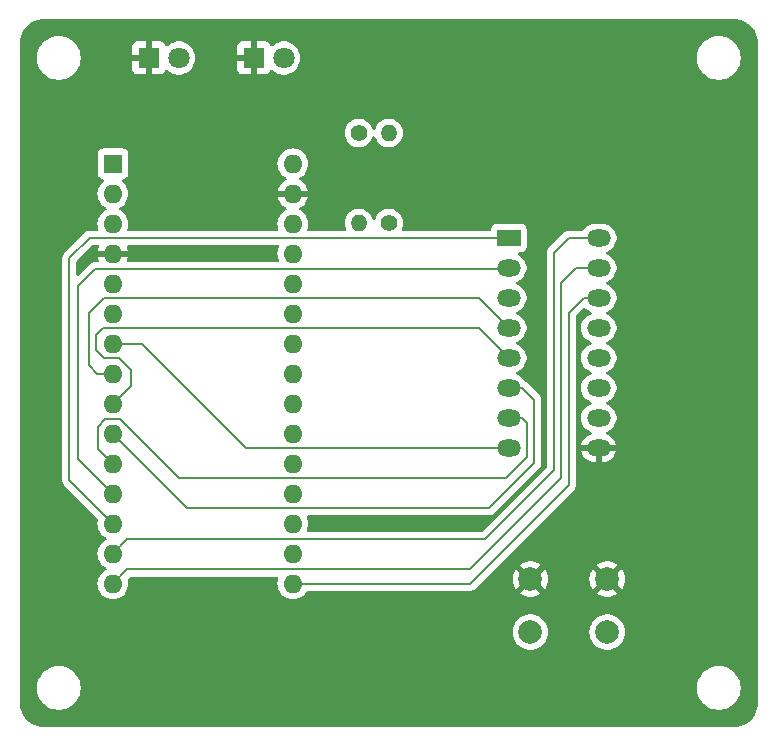
<source format=gtl>
G04 #@! TF.GenerationSoftware,KiCad,Pcbnew,8.0.3*
G04 #@! TF.CreationDate,2025-02-15T11:00:24+13:00*
G04 #@! TF.ProjectId,2102_sram_tester,32313032-5f73-4726-916d-5f7465737465,rev?*
G04 #@! TF.SameCoordinates,Original*
G04 #@! TF.FileFunction,Copper,L1,Top*
G04 #@! TF.FilePolarity,Positive*
%FSLAX46Y46*%
G04 Gerber Fmt 4.6, Leading zero omitted, Abs format (unit mm)*
G04 Created by KiCad (PCBNEW 8.0.3) date 2025-02-15 11:00:24*
%MOMM*%
%LPD*%
G01*
G04 APERTURE LIST*
G04 #@! TA.AperFunction,ComponentPad*
%ADD10R,2.000000X1.440000*%
G04 #@! TD*
G04 #@! TA.AperFunction,ComponentPad*
%ADD11O,2.000000X1.440000*%
G04 #@! TD*
G04 #@! TA.AperFunction,ComponentPad*
%ADD12R,1.800000X1.800000*%
G04 #@! TD*
G04 #@! TA.AperFunction,ComponentPad*
%ADD13C,1.800000*%
G04 #@! TD*
G04 #@! TA.AperFunction,ComponentPad*
%ADD14R,1.600000X1.600000*%
G04 #@! TD*
G04 #@! TA.AperFunction,ComponentPad*
%ADD15O,1.600000X1.600000*%
G04 #@! TD*
G04 #@! TA.AperFunction,ComponentPad*
%ADD16C,1.400000*%
G04 #@! TD*
G04 #@! TA.AperFunction,ComponentPad*
%ADD17O,1.400000X1.400000*%
G04 #@! TD*
G04 #@! TA.AperFunction,ComponentPad*
%ADD18C,2.000000*%
G04 #@! TD*
G04 #@! TA.AperFunction,Conductor*
%ADD19C,0.200000*%
G04 #@! TD*
G04 APERTURE END LIST*
D10*
X153670000Y-87376000D03*
D11*
X153670000Y-89916000D03*
X153670000Y-92456000D03*
X153670000Y-94996000D03*
X153670000Y-97536000D03*
X153670000Y-100076000D03*
X153670000Y-102616000D03*
X153670000Y-105156000D03*
X161290000Y-105156000D03*
X161290000Y-102616000D03*
X161290000Y-100076000D03*
X161290000Y-97536000D03*
X161290000Y-94996000D03*
X161290000Y-92456000D03*
X161290000Y-89916000D03*
X161290000Y-87376000D03*
D12*
X123190000Y-72136000D03*
D13*
X125730000Y-72136000D03*
D12*
X132080000Y-72136000D03*
D13*
X134620000Y-72136000D03*
D14*
X120150000Y-81096000D03*
D15*
X120150000Y-83636000D03*
X120150000Y-86176000D03*
X120150000Y-88716000D03*
X120150000Y-91256000D03*
X120150000Y-93796000D03*
X120150000Y-96336000D03*
X120150000Y-98876000D03*
X120150000Y-101416000D03*
X120150000Y-103956000D03*
X120150000Y-106496000D03*
X120150000Y-109036000D03*
X120150000Y-111576000D03*
X120150000Y-114116000D03*
X120150000Y-116656000D03*
X135390000Y-116656000D03*
X135390000Y-114116000D03*
X135390000Y-111576000D03*
X135390000Y-109036000D03*
X135390000Y-106496000D03*
X135390000Y-103956000D03*
X135390000Y-101416000D03*
X135390000Y-98876000D03*
X135390000Y-96336000D03*
X135390000Y-93796000D03*
X135390000Y-91256000D03*
X135390000Y-88716000D03*
X135390000Y-86176000D03*
X135390000Y-83636000D03*
X135390000Y-81096000D03*
D16*
X143510000Y-86106000D03*
D17*
X143510000Y-78486000D03*
D16*
X140970000Y-78486000D03*
D17*
X140970000Y-86106000D03*
D18*
X155500000Y-116256000D03*
X162000000Y-116256000D03*
X155500000Y-120756000D03*
X162000000Y-120756000D03*
D19*
X120150000Y-114116000D02*
X121363000Y-112903000D01*
X158750000Y-87376000D02*
X161290000Y-87376000D01*
X157480000Y-107061000D02*
X157480000Y-88646000D01*
X157480000Y-88646000D02*
X158750000Y-87376000D01*
X151638000Y-112903000D02*
X157480000Y-107061000D01*
X121363000Y-112903000D02*
X151638000Y-112903000D01*
X121363000Y-115443000D02*
X150368000Y-115443000D01*
X159385000Y-89916000D02*
X161290000Y-89916000D01*
X158115000Y-107696000D02*
X158115000Y-91186000D01*
X158115000Y-91186000D02*
X159385000Y-89916000D01*
X150368000Y-115443000D02*
X158115000Y-107696000D01*
X120150000Y-116656000D02*
X121363000Y-115443000D01*
X151130000Y-92456000D02*
X153670000Y-94996000D01*
X120150000Y-98876000D02*
X118815000Y-98876000D01*
X118110000Y-93726000D02*
X119380000Y-92456000D01*
X118815000Y-98876000D02*
X118110000Y-98171000D01*
X119380000Y-92456000D02*
X151130000Y-92456000D01*
X118110000Y-98171000D02*
X118110000Y-93726000D01*
X119339682Y-94996000D02*
X151130000Y-94996000D01*
X118745000Y-95590682D02*
X119339682Y-94996000D01*
X119380000Y-97536000D02*
X118745000Y-96901000D01*
X151130000Y-94996000D02*
X153670000Y-97536000D01*
X120150000Y-101416000D02*
X121666000Y-99900000D01*
X120650000Y-97536000D02*
X119380000Y-97536000D01*
X118745000Y-96901000D02*
X118745000Y-95590682D01*
X121666000Y-98552000D02*
X120650000Y-97536000D01*
X121666000Y-99900000D02*
X121666000Y-98552000D01*
X155829000Y-106426000D02*
X155829000Y-101092000D01*
X155829000Y-101092000D02*
X154813000Y-100076000D01*
X152019000Y-110236000D02*
X155829000Y-106426000D01*
X120150000Y-103956000D02*
X126430000Y-110236000D01*
X126430000Y-110236000D02*
X152019000Y-110236000D01*
X154813000Y-100076000D02*
X153670000Y-100076000D01*
X116459000Y-89096315D02*
X118179315Y-87376000D01*
X118179315Y-87376000D02*
X153670000Y-87376000D01*
X116459000Y-107885000D02*
X116459000Y-89096315D01*
X120150000Y-111576000D02*
X116459000Y-107885000D01*
X120150000Y-109036000D02*
X117221000Y-106107000D01*
X117221000Y-106107000D02*
X117221000Y-91440000D01*
X153543000Y-90043000D02*
X153670000Y-89916000D01*
X117221000Y-91440000D02*
X118618000Y-90043000D01*
X118618000Y-90043000D02*
X153543000Y-90043000D01*
X125730000Y-107696000D02*
X153416000Y-107696000D01*
X154749500Y-102616000D02*
X153670000Y-102616000D01*
X120777000Y-102743000D02*
X125730000Y-107696000D01*
X153416000Y-107696000D02*
X155194000Y-105918000D01*
X118872000Y-103378000D02*
X119507000Y-102743000D01*
X155194000Y-105918000D02*
X155194000Y-103060500D01*
X119507000Y-102743000D02*
X120777000Y-102743000D01*
X155194000Y-103060500D02*
X154749500Y-102616000D01*
X118872000Y-105218000D02*
X118872000Y-103378000D01*
X120150000Y-106496000D02*
X118872000Y-105218000D01*
X160020000Y-92456000D02*
X161290000Y-92456000D01*
X158750000Y-108331000D02*
X158750000Y-93726000D01*
X158750000Y-93726000D02*
X160020000Y-92456000D01*
X135390000Y-116656000D02*
X150425000Y-116656000D01*
X150425000Y-116656000D02*
X158750000Y-108331000D01*
X131445000Y-105156000D02*
X153670000Y-105156000D01*
X122625000Y-96336000D02*
X131445000Y-105156000D01*
X120150000Y-96336000D02*
X122625000Y-96336000D01*
G04 #@! TA.AperFunction,Conductor*
G36*
X118932841Y-87996185D02*
G01*
X118978596Y-88048989D01*
X118988540Y-88118147D01*
X118978184Y-88152905D01*
X118923734Y-88269673D01*
X118923730Y-88269682D01*
X118871127Y-88465999D01*
X118871128Y-88466000D01*
X119716988Y-88466000D01*
X119684075Y-88523007D01*
X119650000Y-88650174D01*
X119650000Y-88781826D01*
X119684075Y-88908993D01*
X119716988Y-88966000D01*
X118871128Y-88966000D01*
X118923730Y-89162317D01*
X118923734Y-89162326D01*
X118972122Y-89266095D01*
X118982614Y-89335173D01*
X118954094Y-89398957D01*
X118895618Y-89437196D01*
X118859740Y-89442500D01*
X118538937Y-89442500D01*
X118520314Y-89447490D01*
X118520315Y-89447491D01*
X118386214Y-89483423D01*
X118386209Y-89483426D01*
X118249290Y-89562475D01*
X118249282Y-89562481D01*
X117271181Y-90540583D01*
X117209858Y-90574068D01*
X117140166Y-90569084D01*
X117084233Y-90527212D01*
X117059816Y-90461748D01*
X117059500Y-90452902D01*
X117059500Y-89396412D01*
X117079185Y-89329373D01*
X117095819Y-89308731D01*
X118391732Y-88012819D01*
X118453055Y-87979334D01*
X118479413Y-87976500D01*
X118865802Y-87976500D01*
X118932841Y-87996185D01*
G37*
G04 #@! TD.AperFunction*
G04 #@! TA.AperFunction,Conductor*
G36*
X134172289Y-87996185D02*
G01*
X134218044Y-88048989D01*
X134227988Y-88118147D01*
X134217632Y-88152905D01*
X134163262Y-88269502D01*
X134163258Y-88269511D01*
X134104366Y-88489302D01*
X134104364Y-88489313D01*
X134084532Y-88715998D01*
X134084532Y-88716001D01*
X134104364Y-88942686D01*
X134104366Y-88942697D01*
X134163258Y-89162488D01*
X134163261Y-89162497D01*
X134172321Y-89181925D01*
X134211571Y-89266097D01*
X134222063Y-89335172D01*
X134193544Y-89398956D01*
X134135067Y-89437196D01*
X134099189Y-89442500D01*
X121440260Y-89442500D01*
X121373221Y-89422815D01*
X121327466Y-89370011D01*
X121317522Y-89300853D01*
X121327878Y-89266095D01*
X121376265Y-89162326D01*
X121376269Y-89162317D01*
X121428872Y-88966000D01*
X120583012Y-88966000D01*
X120615925Y-88908993D01*
X120650000Y-88781826D01*
X120650000Y-88650174D01*
X120615925Y-88523007D01*
X120583012Y-88466000D01*
X121428872Y-88466000D01*
X121428872Y-88465999D01*
X121376269Y-88269682D01*
X121376265Y-88269673D01*
X121321816Y-88152905D01*
X121311324Y-88083827D01*
X121339844Y-88020043D01*
X121398320Y-87981804D01*
X121434198Y-87976500D01*
X134105250Y-87976500D01*
X134172289Y-87996185D01*
G37*
G04 #@! TD.AperFunction*
G04 #@! TA.AperFunction,Conductor*
G36*
X172724042Y-68826765D02*
G01*
X172746774Y-68828254D01*
X172978114Y-68843417D01*
X172994172Y-68845532D01*
X173239888Y-68894408D01*
X173255554Y-68898606D01*
X173406736Y-68949925D01*
X173492788Y-68979136D01*
X173507765Y-68985339D01*
X173725336Y-69092633D01*
X173732460Y-69096146D01*
X173746508Y-69104256D01*
X173954815Y-69243443D01*
X173967679Y-69253314D01*
X174156033Y-69418497D01*
X174167502Y-69429966D01*
X174332685Y-69618320D01*
X174342559Y-69631188D01*
X174481743Y-69839492D01*
X174489853Y-69853539D01*
X174600657Y-70078227D01*
X174606864Y-70093213D01*
X174687393Y-70330445D01*
X174691591Y-70346111D01*
X174740465Y-70591813D01*
X174742583Y-70607895D01*
X174759235Y-70861956D01*
X174759500Y-70870066D01*
X174759500Y-126741933D01*
X174759235Y-126750043D01*
X174742583Y-127004104D01*
X174740465Y-127020186D01*
X174691591Y-127265888D01*
X174687393Y-127281554D01*
X174606864Y-127518786D01*
X174600657Y-127533772D01*
X174489853Y-127758460D01*
X174481743Y-127772507D01*
X174342559Y-127980811D01*
X174332685Y-127993679D01*
X174167502Y-128182033D01*
X174156033Y-128193502D01*
X173967679Y-128358685D01*
X173954811Y-128368559D01*
X173746507Y-128507743D01*
X173732460Y-128515853D01*
X173507772Y-128626657D01*
X173492786Y-128632864D01*
X173255554Y-128713393D01*
X173239888Y-128717591D01*
X172994186Y-128766465D01*
X172978104Y-128768583D01*
X172724043Y-128785235D01*
X172715933Y-128785500D01*
X114304067Y-128785500D01*
X114295957Y-128785235D01*
X114041895Y-128768583D01*
X114025814Y-128766465D01*
X113990770Y-128759494D01*
X113780111Y-128717591D01*
X113764445Y-128713393D01*
X113527213Y-128632864D01*
X113512227Y-128626657D01*
X113287539Y-128515853D01*
X113273492Y-128507743D01*
X113065188Y-128368559D01*
X113052320Y-128358685D01*
X112863966Y-128193502D01*
X112852497Y-128182033D01*
X112687314Y-127993679D01*
X112677440Y-127980811D01*
X112538256Y-127772507D01*
X112530146Y-127758460D01*
X112419464Y-127534019D01*
X112419339Y-127533765D01*
X112413135Y-127518786D01*
X112332606Y-127281554D01*
X112328408Y-127265888D01*
X112321678Y-127232054D01*
X112279532Y-127020172D01*
X112277417Y-127004114D01*
X112260765Y-126750042D01*
X112260500Y-126741933D01*
X112260500Y-125354711D01*
X113719500Y-125354711D01*
X113719500Y-125597288D01*
X113751161Y-125837785D01*
X113813947Y-126072104D01*
X113906773Y-126296205D01*
X113906776Y-126296212D01*
X114028064Y-126506289D01*
X114028066Y-126506292D01*
X114028067Y-126506293D01*
X114175733Y-126698736D01*
X114175739Y-126698743D01*
X114347256Y-126870260D01*
X114347263Y-126870266D01*
X114460321Y-126957018D01*
X114539711Y-127017936D01*
X114749788Y-127139224D01*
X114973900Y-127232054D01*
X115208211Y-127294838D01*
X115388586Y-127318584D01*
X115448711Y-127326500D01*
X115448712Y-127326500D01*
X115691289Y-127326500D01*
X115739388Y-127320167D01*
X115931789Y-127294838D01*
X116166100Y-127232054D01*
X116390212Y-127139224D01*
X116600289Y-127017936D01*
X116792738Y-126870265D01*
X116964265Y-126698738D01*
X117111936Y-126506289D01*
X117233224Y-126296212D01*
X117326054Y-126072100D01*
X117388838Y-125837789D01*
X117420500Y-125597288D01*
X117420500Y-125354712D01*
X117420500Y-125354711D01*
X169599500Y-125354711D01*
X169599500Y-125597288D01*
X169631161Y-125837785D01*
X169693947Y-126072104D01*
X169786773Y-126296205D01*
X169786776Y-126296212D01*
X169908064Y-126506289D01*
X169908066Y-126506292D01*
X169908067Y-126506293D01*
X170055733Y-126698736D01*
X170055739Y-126698743D01*
X170227256Y-126870260D01*
X170227263Y-126870266D01*
X170340321Y-126957018D01*
X170419711Y-127017936D01*
X170629788Y-127139224D01*
X170853900Y-127232054D01*
X171088211Y-127294838D01*
X171268586Y-127318584D01*
X171328711Y-127326500D01*
X171328712Y-127326500D01*
X171571289Y-127326500D01*
X171619388Y-127320167D01*
X171811789Y-127294838D01*
X172046100Y-127232054D01*
X172270212Y-127139224D01*
X172480289Y-127017936D01*
X172672738Y-126870265D01*
X172844265Y-126698738D01*
X172991936Y-126506289D01*
X173113224Y-126296212D01*
X173206054Y-126072100D01*
X173268838Y-125837789D01*
X173300500Y-125597288D01*
X173300500Y-125354712D01*
X173268838Y-125114211D01*
X173206054Y-124879900D01*
X173113224Y-124655788D01*
X172991936Y-124445711D01*
X172844265Y-124253262D01*
X172844260Y-124253256D01*
X172672743Y-124081739D01*
X172672736Y-124081733D01*
X172480293Y-123934067D01*
X172480292Y-123934066D01*
X172480289Y-123934064D01*
X172270212Y-123812776D01*
X172270205Y-123812773D01*
X172046104Y-123719947D01*
X171811785Y-123657161D01*
X171571289Y-123625500D01*
X171571288Y-123625500D01*
X171328712Y-123625500D01*
X171328711Y-123625500D01*
X171088214Y-123657161D01*
X170853895Y-123719947D01*
X170629794Y-123812773D01*
X170629785Y-123812777D01*
X170419706Y-123934067D01*
X170227263Y-124081733D01*
X170227256Y-124081739D01*
X170055739Y-124253256D01*
X170055733Y-124253263D01*
X169908067Y-124445706D01*
X169786777Y-124655785D01*
X169786773Y-124655794D01*
X169693947Y-124879895D01*
X169631161Y-125114214D01*
X169599500Y-125354711D01*
X117420500Y-125354711D01*
X117388838Y-125114211D01*
X117326054Y-124879900D01*
X117233224Y-124655788D01*
X117111936Y-124445711D01*
X116964265Y-124253262D01*
X116964260Y-124253256D01*
X116792743Y-124081739D01*
X116792736Y-124081733D01*
X116600293Y-123934067D01*
X116600292Y-123934066D01*
X116600289Y-123934064D01*
X116390212Y-123812776D01*
X116390205Y-123812773D01*
X116166104Y-123719947D01*
X115931785Y-123657161D01*
X115691289Y-123625500D01*
X115691288Y-123625500D01*
X115448712Y-123625500D01*
X115448711Y-123625500D01*
X115208214Y-123657161D01*
X114973895Y-123719947D01*
X114749794Y-123812773D01*
X114749785Y-123812777D01*
X114539706Y-123934067D01*
X114347263Y-124081733D01*
X114347256Y-124081739D01*
X114175739Y-124253256D01*
X114175733Y-124253263D01*
X114028067Y-124445706D01*
X113906777Y-124655785D01*
X113906773Y-124655794D01*
X113813947Y-124879895D01*
X113751161Y-125114214D01*
X113719500Y-125354711D01*
X112260500Y-125354711D01*
X112260500Y-120755994D01*
X153994357Y-120755994D01*
X153994357Y-120756005D01*
X154014890Y-121003812D01*
X154014892Y-121003824D01*
X154075936Y-121244881D01*
X154175826Y-121472606D01*
X154311833Y-121680782D01*
X154311836Y-121680785D01*
X154480256Y-121863738D01*
X154676491Y-122016474D01*
X154895190Y-122134828D01*
X155130386Y-122215571D01*
X155375665Y-122256500D01*
X155624335Y-122256500D01*
X155869614Y-122215571D01*
X156104810Y-122134828D01*
X156323509Y-122016474D01*
X156519744Y-121863738D01*
X156688164Y-121680785D01*
X156824173Y-121472607D01*
X156924063Y-121244881D01*
X156985108Y-121003821D01*
X157005643Y-120756000D01*
X157005643Y-120755994D01*
X160494357Y-120755994D01*
X160494357Y-120756005D01*
X160514890Y-121003812D01*
X160514892Y-121003824D01*
X160575936Y-121244881D01*
X160675826Y-121472606D01*
X160811833Y-121680782D01*
X160811836Y-121680785D01*
X160980256Y-121863738D01*
X161176491Y-122016474D01*
X161395190Y-122134828D01*
X161630386Y-122215571D01*
X161875665Y-122256500D01*
X162124335Y-122256500D01*
X162369614Y-122215571D01*
X162604810Y-122134828D01*
X162823509Y-122016474D01*
X163019744Y-121863738D01*
X163188164Y-121680785D01*
X163324173Y-121472607D01*
X163424063Y-121244881D01*
X163485108Y-121003821D01*
X163505643Y-120756000D01*
X163485108Y-120508179D01*
X163424063Y-120267119D01*
X163324173Y-120039393D01*
X163188166Y-119831217D01*
X163166557Y-119807744D01*
X163019744Y-119648262D01*
X162823509Y-119495526D01*
X162823507Y-119495525D01*
X162823506Y-119495524D01*
X162604811Y-119377172D01*
X162604802Y-119377169D01*
X162369616Y-119296429D01*
X162124335Y-119255500D01*
X161875665Y-119255500D01*
X161630383Y-119296429D01*
X161395197Y-119377169D01*
X161395188Y-119377172D01*
X161176493Y-119495524D01*
X160980257Y-119648261D01*
X160811833Y-119831217D01*
X160675826Y-120039393D01*
X160575936Y-120267118D01*
X160514892Y-120508175D01*
X160514890Y-120508187D01*
X160494357Y-120755994D01*
X157005643Y-120755994D01*
X156985108Y-120508179D01*
X156924063Y-120267119D01*
X156824173Y-120039393D01*
X156688166Y-119831217D01*
X156666557Y-119807744D01*
X156519744Y-119648262D01*
X156323509Y-119495526D01*
X156323507Y-119495525D01*
X156323506Y-119495524D01*
X156104811Y-119377172D01*
X156104802Y-119377169D01*
X155869616Y-119296429D01*
X155624335Y-119255500D01*
X155375665Y-119255500D01*
X155130383Y-119296429D01*
X154895197Y-119377169D01*
X154895188Y-119377172D01*
X154676493Y-119495524D01*
X154480257Y-119648261D01*
X154311833Y-119831217D01*
X154175826Y-120039393D01*
X154075936Y-120267118D01*
X154014892Y-120508175D01*
X154014890Y-120508187D01*
X153994357Y-120755994D01*
X112260500Y-120755994D01*
X112260500Y-107964054D01*
X115858498Y-107964054D01*
X115899423Y-108116787D01*
X115918234Y-108149366D01*
X115918235Y-108149369D01*
X115978475Y-108253709D01*
X115978481Y-108253717D01*
X116097349Y-108372585D01*
X116097355Y-108372590D01*
X118858058Y-111133293D01*
X118891543Y-111194616D01*
X118890152Y-111253067D01*
X118864366Y-111349302D01*
X118864364Y-111349313D01*
X118844532Y-111575998D01*
X118844532Y-111576001D01*
X118864364Y-111802686D01*
X118864366Y-111802697D01*
X118923258Y-112022488D01*
X118923261Y-112022497D01*
X119019431Y-112228732D01*
X119019432Y-112228734D01*
X119149954Y-112415141D01*
X119310858Y-112576045D01*
X119310861Y-112576047D01*
X119497266Y-112706568D01*
X119555275Y-112733618D01*
X119607714Y-112779791D01*
X119626866Y-112846984D01*
X119606650Y-112913865D01*
X119555275Y-112958382D01*
X119497267Y-112985431D01*
X119497265Y-112985432D01*
X119310858Y-113115954D01*
X119149954Y-113276858D01*
X119019432Y-113463265D01*
X119019431Y-113463267D01*
X118923261Y-113669502D01*
X118923258Y-113669511D01*
X118864366Y-113889302D01*
X118864364Y-113889313D01*
X118844532Y-114115998D01*
X118844532Y-114116001D01*
X118864364Y-114342686D01*
X118864366Y-114342697D01*
X118923258Y-114562488D01*
X118923261Y-114562497D01*
X119019431Y-114768732D01*
X119019432Y-114768734D01*
X119149954Y-114955141D01*
X119310858Y-115116045D01*
X119310861Y-115116047D01*
X119497266Y-115246568D01*
X119555275Y-115273618D01*
X119607714Y-115319791D01*
X119626866Y-115386984D01*
X119606650Y-115453865D01*
X119555275Y-115498382D01*
X119497267Y-115525431D01*
X119497265Y-115525432D01*
X119310858Y-115655954D01*
X119149954Y-115816858D01*
X119019432Y-116003265D01*
X119019431Y-116003267D01*
X118923261Y-116209502D01*
X118923258Y-116209511D01*
X118864366Y-116429302D01*
X118864364Y-116429313D01*
X118844532Y-116655998D01*
X118844532Y-116656001D01*
X118864364Y-116882686D01*
X118864366Y-116882697D01*
X118923258Y-117102488D01*
X118923261Y-117102497D01*
X119019431Y-117308732D01*
X119019432Y-117308734D01*
X119149954Y-117495141D01*
X119310858Y-117656045D01*
X119310861Y-117656047D01*
X119497266Y-117786568D01*
X119703504Y-117882739D01*
X119923308Y-117941635D01*
X120085230Y-117955801D01*
X120149998Y-117961468D01*
X120150000Y-117961468D01*
X120150002Y-117961468D01*
X120206673Y-117956509D01*
X120376692Y-117941635D01*
X120596496Y-117882739D01*
X120802734Y-117786568D01*
X120989139Y-117656047D01*
X121150047Y-117495139D01*
X121280568Y-117308734D01*
X121376739Y-117102496D01*
X121435635Y-116882692D01*
X121455468Y-116656000D01*
X121435635Y-116429308D01*
X121409847Y-116333066D01*
X121411510Y-116263218D01*
X121441939Y-116213295D01*
X121575417Y-116079816D01*
X121636739Y-116046334D01*
X121663097Y-116043500D01*
X134046591Y-116043500D01*
X134113630Y-116063185D01*
X134159385Y-116115989D01*
X134169329Y-116185147D01*
X134164535Y-116204240D01*
X134164662Y-116204274D01*
X134104366Y-116429302D01*
X134104364Y-116429313D01*
X134084532Y-116655998D01*
X134084532Y-116656001D01*
X134104364Y-116882686D01*
X134104366Y-116882697D01*
X134163258Y-117102488D01*
X134163261Y-117102497D01*
X134259431Y-117308732D01*
X134259432Y-117308734D01*
X134389954Y-117495141D01*
X134550858Y-117656045D01*
X134550861Y-117656047D01*
X134737266Y-117786568D01*
X134943504Y-117882739D01*
X135163308Y-117941635D01*
X135325230Y-117955801D01*
X135389998Y-117961468D01*
X135390000Y-117961468D01*
X135390002Y-117961468D01*
X135446673Y-117956509D01*
X135616692Y-117941635D01*
X135836496Y-117882739D01*
X136042734Y-117786568D01*
X136229139Y-117656047D01*
X136390047Y-117495139D01*
X136520118Y-117309375D01*
X136574693Y-117265752D01*
X136621692Y-117256500D01*
X150338331Y-117256500D01*
X150338347Y-117256501D01*
X150345943Y-117256501D01*
X150504054Y-117256501D01*
X150504057Y-117256501D01*
X150656785Y-117215577D01*
X150706904Y-117186639D01*
X150793716Y-117136520D01*
X150905520Y-117024716D01*
X150905520Y-117024714D01*
X150915728Y-117014507D01*
X150915730Y-117014504D01*
X151674240Y-116255994D01*
X153994859Y-116255994D01*
X153994859Y-116256005D01*
X154015385Y-116503729D01*
X154015387Y-116503738D01*
X154076412Y-116744717D01*
X154176266Y-116972364D01*
X154276564Y-117125882D01*
X154976212Y-116426234D01*
X154987482Y-116468292D01*
X155059890Y-116593708D01*
X155162292Y-116696110D01*
X155287708Y-116768518D01*
X155329765Y-116779787D01*
X154629942Y-117479609D01*
X154676768Y-117516055D01*
X154676770Y-117516056D01*
X154895385Y-117634364D01*
X154895396Y-117634369D01*
X155130506Y-117715083D01*
X155375707Y-117756000D01*
X155624293Y-117756000D01*
X155869493Y-117715083D01*
X156104603Y-117634369D01*
X156104614Y-117634364D01*
X156323228Y-117516057D01*
X156323231Y-117516055D01*
X156370056Y-117479609D01*
X155670234Y-116779787D01*
X155712292Y-116768518D01*
X155837708Y-116696110D01*
X155940110Y-116593708D01*
X156012518Y-116468292D01*
X156023787Y-116426235D01*
X156723434Y-117125882D01*
X156823731Y-116972369D01*
X156923587Y-116744717D01*
X156984612Y-116503738D01*
X156984614Y-116503729D01*
X157005141Y-116256005D01*
X157005141Y-116255994D01*
X160494859Y-116255994D01*
X160494859Y-116256005D01*
X160515385Y-116503729D01*
X160515387Y-116503738D01*
X160576412Y-116744717D01*
X160676266Y-116972364D01*
X160776564Y-117125882D01*
X161476212Y-116426234D01*
X161487482Y-116468292D01*
X161559890Y-116593708D01*
X161662292Y-116696110D01*
X161787708Y-116768518D01*
X161829765Y-116779787D01*
X161129942Y-117479609D01*
X161176768Y-117516055D01*
X161176770Y-117516056D01*
X161395385Y-117634364D01*
X161395396Y-117634369D01*
X161630506Y-117715083D01*
X161875707Y-117756000D01*
X162124293Y-117756000D01*
X162369493Y-117715083D01*
X162604603Y-117634369D01*
X162604614Y-117634364D01*
X162823228Y-117516057D01*
X162823231Y-117516055D01*
X162870056Y-117479609D01*
X162170234Y-116779787D01*
X162212292Y-116768518D01*
X162337708Y-116696110D01*
X162440110Y-116593708D01*
X162512518Y-116468292D01*
X162523787Y-116426235D01*
X163223434Y-117125882D01*
X163323731Y-116972369D01*
X163423587Y-116744717D01*
X163484612Y-116503738D01*
X163484614Y-116503729D01*
X163505141Y-116256005D01*
X163505141Y-116255994D01*
X163484614Y-116008270D01*
X163484612Y-116008261D01*
X163423587Y-115767282D01*
X163323731Y-115539630D01*
X163223434Y-115386116D01*
X162523787Y-116085764D01*
X162512518Y-116043708D01*
X162440110Y-115918292D01*
X162337708Y-115815890D01*
X162212292Y-115743482D01*
X162170235Y-115732212D01*
X162870057Y-115032390D01*
X162870056Y-115032389D01*
X162823229Y-114995943D01*
X162604614Y-114877635D01*
X162604603Y-114877630D01*
X162369493Y-114796916D01*
X162124293Y-114756000D01*
X161875707Y-114756000D01*
X161630506Y-114796916D01*
X161395396Y-114877630D01*
X161395390Y-114877632D01*
X161176761Y-114995949D01*
X161129942Y-115032388D01*
X161129942Y-115032390D01*
X161829765Y-115732212D01*
X161787708Y-115743482D01*
X161662292Y-115815890D01*
X161559890Y-115918292D01*
X161487482Y-116043708D01*
X161476212Y-116085764D01*
X160776564Y-115386116D01*
X160676267Y-115539632D01*
X160576412Y-115767282D01*
X160515387Y-116008261D01*
X160515385Y-116008270D01*
X160494859Y-116255994D01*
X157005141Y-116255994D01*
X156984614Y-116008270D01*
X156984612Y-116008261D01*
X156923587Y-115767282D01*
X156823731Y-115539630D01*
X156723434Y-115386116D01*
X156023787Y-116085764D01*
X156012518Y-116043708D01*
X155940110Y-115918292D01*
X155837708Y-115815890D01*
X155712292Y-115743482D01*
X155670235Y-115732212D01*
X156370057Y-115032390D01*
X156370056Y-115032389D01*
X156323229Y-114995943D01*
X156104614Y-114877635D01*
X156104603Y-114877630D01*
X155869493Y-114796916D01*
X155624293Y-114756000D01*
X155375707Y-114756000D01*
X155130506Y-114796916D01*
X154895396Y-114877630D01*
X154895390Y-114877632D01*
X154676761Y-114995949D01*
X154629942Y-115032388D01*
X154629942Y-115032390D01*
X155329765Y-115732212D01*
X155287708Y-115743482D01*
X155162292Y-115815890D01*
X155059890Y-115918292D01*
X154987482Y-116043708D01*
X154976212Y-116085764D01*
X154276564Y-115386116D01*
X154176267Y-115539632D01*
X154076412Y-115767282D01*
X154015387Y-116008261D01*
X154015385Y-116008270D01*
X153994859Y-116255994D01*
X151674240Y-116255994D01*
X159118713Y-108811521D01*
X159118716Y-108811520D01*
X159230520Y-108699716D01*
X159280639Y-108612904D01*
X159309577Y-108562785D01*
X159350501Y-108410057D01*
X159350501Y-108251943D01*
X159350501Y-108244348D01*
X159350500Y-108244330D01*
X159350500Y-94026096D01*
X159370185Y-93959057D01*
X159386815Y-93938419D01*
X159988914Y-93336319D01*
X160050235Y-93302836D01*
X160119926Y-93307820D01*
X160164274Y-93336321D01*
X160214898Y-93386945D01*
X160370319Y-93499865D01*
X160506596Y-93569302D01*
X160541493Y-93587083D01*
X160606081Y-93608069D01*
X160663756Y-93647506D01*
X160690955Y-93711865D01*
X160679041Y-93780711D01*
X160631797Y-93832187D01*
X160606081Y-93843931D01*
X160541493Y-93864916D01*
X160370318Y-93952135D01*
X160281645Y-94016560D01*
X160214898Y-94065055D01*
X160214896Y-94065057D01*
X160214895Y-94065057D01*
X160079057Y-94200895D01*
X160079057Y-94200896D01*
X160079055Y-94200898D01*
X160051077Y-94239407D01*
X159966135Y-94356318D01*
X159878916Y-94527493D01*
X159819553Y-94710197D01*
X159789500Y-94899945D01*
X159789500Y-95092054D01*
X159819553Y-95281802D01*
X159878916Y-95464506D01*
X159878918Y-95464509D01*
X159966135Y-95635681D01*
X160079055Y-95791102D01*
X160214898Y-95926945D01*
X160370319Y-96039865D01*
X160506596Y-96109302D01*
X160541493Y-96127083D01*
X160606081Y-96148069D01*
X160663756Y-96187506D01*
X160690955Y-96251865D01*
X160679041Y-96320711D01*
X160631797Y-96372187D01*
X160606081Y-96383931D01*
X160541493Y-96404916D01*
X160370318Y-96492135D01*
X160281645Y-96556560D01*
X160214898Y-96605055D01*
X160214896Y-96605057D01*
X160214895Y-96605057D01*
X160079057Y-96740895D01*
X160079057Y-96740896D01*
X160079055Y-96740898D01*
X160048838Y-96782488D01*
X159966135Y-96896318D01*
X159878916Y-97067493D01*
X159819553Y-97250197D01*
X159789500Y-97439945D01*
X159789500Y-97632054D01*
X159819553Y-97821802D01*
X159878916Y-98004506D01*
X159917070Y-98079387D01*
X159966135Y-98175681D01*
X160079055Y-98331102D01*
X160214898Y-98466945D01*
X160370319Y-98579865D01*
X160506596Y-98649302D01*
X160541493Y-98667083D01*
X160606081Y-98688069D01*
X160663756Y-98727506D01*
X160690955Y-98791865D01*
X160679041Y-98860711D01*
X160631797Y-98912187D01*
X160606081Y-98923931D01*
X160541493Y-98944916D01*
X160370318Y-99032135D01*
X160281645Y-99096560D01*
X160214898Y-99145055D01*
X160214896Y-99145057D01*
X160214895Y-99145057D01*
X160079057Y-99280895D01*
X160079057Y-99280896D01*
X160079055Y-99280898D01*
X160048838Y-99322488D01*
X159966135Y-99436318D01*
X159878916Y-99607493D01*
X159819553Y-99790197D01*
X159789500Y-99979945D01*
X159789500Y-100172054D01*
X159819553Y-100361802D01*
X159878916Y-100544506D01*
X159966135Y-100715681D01*
X160079055Y-100871102D01*
X160214898Y-101006945D01*
X160370319Y-101119865D01*
X160506596Y-101189302D01*
X160541493Y-101207083D01*
X160606081Y-101228069D01*
X160663756Y-101267506D01*
X160690955Y-101331865D01*
X160679041Y-101400711D01*
X160631797Y-101452187D01*
X160606081Y-101463931D01*
X160541493Y-101484916D01*
X160370318Y-101572135D01*
X160281645Y-101636560D01*
X160214898Y-101685055D01*
X160214896Y-101685057D01*
X160214895Y-101685057D01*
X160079057Y-101820895D01*
X160079057Y-101820896D01*
X160079055Y-101820898D01*
X160048838Y-101862488D01*
X159966135Y-101976318D01*
X159878916Y-102147493D01*
X159819553Y-102330197D01*
X159789500Y-102519945D01*
X159789500Y-102712054D01*
X159819553Y-102901802D01*
X159878916Y-103084506D01*
X159895402Y-103116861D01*
X159966135Y-103255681D01*
X160079055Y-103411102D01*
X160214898Y-103546945D01*
X160370319Y-103659865D01*
X160506596Y-103729302D01*
X160541495Y-103747084D01*
X160606890Y-103768332D01*
X160664566Y-103807769D01*
X160691765Y-103872127D01*
X160679851Y-103940974D01*
X160632607Y-103992450D01*
X160606893Y-104004194D01*
X160541677Y-104025384D01*
X160370577Y-104112565D01*
X160215230Y-104225430D01*
X160215225Y-104225434D01*
X160079434Y-104361225D01*
X160079430Y-104361230D01*
X159966565Y-104516577D01*
X159879383Y-104687680D01*
X159820040Y-104870318D01*
X159814389Y-104906000D01*
X160856988Y-104906000D01*
X160824075Y-104963007D01*
X160790000Y-105090174D01*
X160790000Y-105221826D01*
X160824075Y-105348993D01*
X160856988Y-105406000D01*
X159814389Y-105406000D01*
X159820040Y-105441681D01*
X159879383Y-105624319D01*
X159966565Y-105795422D01*
X160079430Y-105950769D01*
X160079434Y-105950774D01*
X160215225Y-106086565D01*
X160215230Y-106086569D01*
X160370577Y-106199434D01*
X160541678Y-106286616D01*
X160724315Y-106345959D01*
X160913985Y-106376000D01*
X161040000Y-106376000D01*
X161040000Y-105589012D01*
X161097007Y-105621925D01*
X161224174Y-105656000D01*
X161355826Y-105656000D01*
X161482993Y-105621925D01*
X161540000Y-105589012D01*
X161540000Y-106376000D01*
X161666015Y-106376000D01*
X161855684Y-106345959D01*
X162038321Y-106286616D01*
X162209422Y-106199434D01*
X162364769Y-106086569D01*
X162364774Y-106086565D01*
X162500565Y-105950774D01*
X162500569Y-105950769D01*
X162613434Y-105795422D01*
X162700616Y-105624319D01*
X162759959Y-105441681D01*
X162765611Y-105406000D01*
X161723012Y-105406000D01*
X161755925Y-105348993D01*
X161790000Y-105221826D01*
X161790000Y-105090174D01*
X161755925Y-104963007D01*
X161723012Y-104906000D01*
X162765611Y-104906000D01*
X162759959Y-104870318D01*
X162700616Y-104687680D01*
X162613434Y-104516577D01*
X162500569Y-104361230D01*
X162500565Y-104361225D01*
X162364774Y-104225434D01*
X162364769Y-104225430D01*
X162209422Y-104112565D01*
X162038321Y-104025383D01*
X161973107Y-104004194D01*
X161915432Y-103964756D01*
X161888234Y-103900397D01*
X161900149Y-103831551D01*
X161947394Y-103780075D01*
X161973109Y-103768332D01*
X162038504Y-103747084D01*
X162038506Y-103747082D01*
X162038509Y-103747082D01*
X162209681Y-103659865D01*
X162365102Y-103546945D01*
X162500945Y-103411102D01*
X162613865Y-103255681D01*
X162701082Y-103084509D01*
X162760447Y-102901801D01*
X162790500Y-102712055D01*
X162790500Y-102519945D01*
X162760447Y-102330199D01*
X162701082Y-102147491D01*
X162613865Y-101976319D01*
X162500945Y-101820898D01*
X162365102Y-101685055D01*
X162209681Y-101572135D01*
X162038504Y-101484915D01*
X161973919Y-101463931D01*
X161916243Y-101424494D01*
X161889044Y-101360136D01*
X161900958Y-101291289D01*
X161948202Y-101239813D01*
X161973919Y-101228069D01*
X162038504Y-101207084D01*
X162038506Y-101207082D01*
X162038509Y-101207082D01*
X162209681Y-101119865D01*
X162365102Y-101006945D01*
X162500945Y-100871102D01*
X162613865Y-100715681D01*
X162701082Y-100544509D01*
X162760447Y-100361801D01*
X162790500Y-100172055D01*
X162790500Y-99979945D01*
X162760447Y-99790199D01*
X162701082Y-99607491D01*
X162613865Y-99436319D01*
X162500945Y-99280898D01*
X162365102Y-99145055D01*
X162209681Y-99032135D01*
X162207644Y-99031097D01*
X162038504Y-98944915D01*
X161973919Y-98923931D01*
X161916243Y-98884494D01*
X161889044Y-98820136D01*
X161900958Y-98751289D01*
X161948202Y-98699813D01*
X161973919Y-98688069D01*
X162038504Y-98667084D01*
X162038506Y-98667082D01*
X162038509Y-98667082D01*
X162209681Y-98579865D01*
X162365102Y-98466945D01*
X162500945Y-98331102D01*
X162613865Y-98175681D01*
X162701082Y-98004509D01*
X162760447Y-97821801D01*
X162790500Y-97632055D01*
X162790500Y-97439945D01*
X162760447Y-97250199D01*
X162701082Y-97067491D01*
X162613865Y-96896319D01*
X162500945Y-96740898D01*
X162365102Y-96605055D01*
X162209681Y-96492135D01*
X162038504Y-96404915D01*
X161973919Y-96383931D01*
X161916243Y-96344494D01*
X161889044Y-96280136D01*
X161900958Y-96211289D01*
X161948202Y-96159813D01*
X161973919Y-96148069D01*
X162038504Y-96127084D01*
X162038506Y-96127082D01*
X162038509Y-96127082D01*
X162209681Y-96039865D01*
X162365102Y-95926945D01*
X162500945Y-95791102D01*
X162613865Y-95635681D01*
X162701082Y-95464509D01*
X162760447Y-95281801D01*
X162790500Y-95092055D01*
X162790500Y-94899945D01*
X162760447Y-94710199D01*
X162701082Y-94527491D01*
X162613865Y-94356319D01*
X162500945Y-94200898D01*
X162365102Y-94065055D01*
X162209681Y-93952135D01*
X162182754Y-93938415D01*
X162038504Y-93864915D01*
X161973919Y-93843931D01*
X161916243Y-93804494D01*
X161889044Y-93740136D01*
X161900958Y-93671289D01*
X161948202Y-93619813D01*
X161973919Y-93608069D01*
X162038504Y-93587084D01*
X162038506Y-93587082D01*
X162038509Y-93587082D01*
X162209681Y-93499865D01*
X162365102Y-93386945D01*
X162500945Y-93251102D01*
X162613865Y-93095681D01*
X162701082Y-92924509D01*
X162760447Y-92741801D01*
X162790500Y-92552055D01*
X162790500Y-92359945D01*
X162760447Y-92170199D01*
X162730764Y-92078845D01*
X162701083Y-91987493D01*
X162694962Y-91975480D01*
X162613865Y-91816319D01*
X162500945Y-91660898D01*
X162365102Y-91525055D01*
X162209681Y-91412135D01*
X162182756Y-91398416D01*
X162038504Y-91324915D01*
X161973919Y-91303931D01*
X161916243Y-91264494D01*
X161889044Y-91200136D01*
X161900958Y-91131289D01*
X161948202Y-91079813D01*
X161973919Y-91068069D01*
X162038504Y-91047084D01*
X162038506Y-91047082D01*
X162038509Y-91047082D01*
X162209681Y-90959865D01*
X162365102Y-90846945D01*
X162500945Y-90711102D01*
X162613865Y-90555681D01*
X162701082Y-90384509D01*
X162760447Y-90201801D01*
X162790500Y-90012055D01*
X162790500Y-89819945D01*
X162760447Y-89630199D01*
X162701082Y-89447491D01*
X162613865Y-89276319D01*
X162500945Y-89120898D01*
X162365102Y-88985055D01*
X162209681Y-88872135D01*
X162209677Y-88872133D01*
X162038504Y-88784915D01*
X161973919Y-88763931D01*
X161916243Y-88724494D01*
X161889044Y-88660136D01*
X161900958Y-88591289D01*
X161948202Y-88539813D01*
X161973919Y-88528069D01*
X162038504Y-88507084D01*
X162038506Y-88507082D01*
X162038509Y-88507082D01*
X162209681Y-88419865D01*
X162365102Y-88306945D01*
X162500945Y-88171102D01*
X162613865Y-88015681D01*
X162701082Y-87844509D01*
X162760447Y-87661801D01*
X162790500Y-87472055D01*
X162790500Y-87279945D01*
X162760447Y-87090199D01*
X162701082Y-86907491D01*
X162613865Y-86736319D01*
X162500945Y-86580898D01*
X162365102Y-86445055D01*
X162209681Y-86332135D01*
X162143575Y-86298452D01*
X162038506Y-86244916D01*
X161855802Y-86185553D01*
X161760928Y-86170526D01*
X161666055Y-86155500D01*
X160913945Y-86155500D01*
X160850696Y-86165517D01*
X160724197Y-86185553D01*
X160541493Y-86244916D01*
X160370318Y-86332135D01*
X160281645Y-86396560D01*
X160214898Y-86445055D01*
X160214896Y-86445057D01*
X160214895Y-86445057D01*
X160079057Y-86580895D01*
X160079057Y-86580896D01*
X160079055Y-86580898D01*
X160040581Y-86633853D01*
X159974805Y-86724386D01*
X159919475Y-86767051D01*
X159874487Y-86775500D01*
X158829057Y-86775500D01*
X158670942Y-86775500D01*
X158518215Y-86816423D01*
X158518214Y-86816423D01*
X158518212Y-86816424D01*
X158518209Y-86816425D01*
X158468096Y-86845359D01*
X158468095Y-86845360D01*
X158424689Y-86870420D01*
X158381285Y-86895479D01*
X158381282Y-86895481D01*
X156999479Y-88277284D01*
X156982357Y-88306942D01*
X156964235Y-88338331D01*
X156920423Y-88414215D01*
X156879499Y-88566943D01*
X156879499Y-88566945D01*
X156879499Y-88735046D01*
X156879500Y-88735059D01*
X156879500Y-106760902D01*
X156859815Y-106827941D01*
X156843181Y-106848583D01*
X151425584Y-112266181D01*
X151364261Y-112299666D01*
X151337903Y-112302500D01*
X136680811Y-112302500D01*
X136613772Y-112282815D01*
X136568017Y-112230011D01*
X136558073Y-112160853D01*
X136568427Y-112126098D01*
X136616739Y-112022496D01*
X136675635Y-111802692D01*
X136695468Y-111576000D01*
X136675635Y-111349308D01*
X136616739Y-111129504D01*
X136562368Y-111012905D01*
X136551876Y-110943827D01*
X136580396Y-110880043D01*
X136638873Y-110841804D01*
X136674750Y-110836500D01*
X151932331Y-110836500D01*
X151932347Y-110836501D01*
X151939943Y-110836501D01*
X152098054Y-110836501D01*
X152098057Y-110836501D01*
X152250785Y-110795577D01*
X152300904Y-110766639D01*
X152387716Y-110716520D01*
X152499520Y-110604716D01*
X152499520Y-110604714D01*
X152509728Y-110594507D01*
X152509729Y-110594504D01*
X156309520Y-106794716D01*
X156388577Y-106657784D01*
X156429501Y-106505057D01*
X156429501Y-106346942D01*
X156429501Y-106339347D01*
X156429500Y-106339329D01*
X156429500Y-101181059D01*
X156429501Y-101181046D01*
X156429501Y-101012945D01*
X156429501Y-101012943D01*
X156388577Y-100860215D01*
X156332603Y-100763266D01*
X156309520Y-100723284D01*
X156197716Y-100611480D01*
X156197715Y-100611479D01*
X156193385Y-100607149D01*
X156193374Y-100607139D01*
X155300590Y-99714355D01*
X155300588Y-99714352D01*
X155181717Y-99595481D01*
X155181716Y-99595480D01*
X155094904Y-99545360D01*
X155094904Y-99545358D01*
X155094901Y-99545358D01*
X155062277Y-99526522D01*
X155014062Y-99475955D01*
X155013793Y-99475430D01*
X154993866Y-99436320D01*
X154976902Y-99412972D01*
X154880945Y-99280898D01*
X154745102Y-99145055D01*
X154589681Y-99032135D01*
X154587644Y-99031097D01*
X154418504Y-98944915D01*
X154353919Y-98923931D01*
X154296243Y-98884494D01*
X154269044Y-98820136D01*
X154280958Y-98751289D01*
X154328202Y-98699813D01*
X154353919Y-98688069D01*
X154418504Y-98667084D01*
X154418506Y-98667082D01*
X154418509Y-98667082D01*
X154589681Y-98579865D01*
X154745102Y-98466945D01*
X154880945Y-98331102D01*
X154993865Y-98175681D01*
X155081082Y-98004509D01*
X155140447Y-97821801D01*
X155170500Y-97632055D01*
X155170500Y-97439945D01*
X155140447Y-97250199D01*
X155081082Y-97067491D01*
X154993865Y-96896319D01*
X154880945Y-96740898D01*
X154745102Y-96605055D01*
X154589681Y-96492135D01*
X154418504Y-96404915D01*
X154353919Y-96383931D01*
X154296243Y-96344494D01*
X154269044Y-96280136D01*
X154280958Y-96211289D01*
X154328202Y-96159813D01*
X154353919Y-96148069D01*
X154418504Y-96127084D01*
X154418506Y-96127082D01*
X154418509Y-96127082D01*
X154589681Y-96039865D01*
X154745102Y-95926945D01*
X154880945Y-95791102D01*
X154993865Y-95635681D01*
X155081082Y-95464509D01*
X155140447Y-95281801D01*
X155170500Y-95092055D01*
X155170500Y-94899945D01*
X155140447Y-94710199D01*
X155081082Y-94527491D01*
X154993865Y-94356319D01*
X154880945Y-94200898D01*
X154745102Y-94065055D01*
X154589681Y-93952135D01*
X154562754Y-93938415D01*
X154418504Y-93864915D01*
X154353919Y-93843931D01*
X154296243Y-93804494D01*
X154269044Y-93740136D01*
X154280958Y-93671289D01*
X154328202Y-93619813D01*
X154353919Y-93608069D01*
X154418504Y-93587084D01*
X154418506Y-93587082D01*
X154418509Y-93587082D01*
X154589681Y-93499865D01*
X154745102Y-93386945D01*
X154880945Y-93251102D01*
X154993865Y-93095681D01*
X155081082Y-92924509D01*
X155140447Y-92741801D01*
X155170500Y-92552055D01*
X155170500Y-92359945D01*
X155140447Y-92170199D01*
X155110764Y-92078845D01*
X155081083Y-91987493D01*
X155074962Y-91975480D01*
X154993865Y-91816319D01*
X154880945Y-91660898D01*
X154745102Y-91525055D01*
X154589681Y-91412135D01*
X154562756Y-91398416D01*
X154418504Y-91324915D01*
X154353919Y-91303931D01*
X154296243Y-91264494D01*
X154269044Y-91200136D01*
X154280958Y-91131289D01*
X154328202Y-91079813D01*
X154353919Y-91068069D01*
X154418504Y-91047084D01*
X154418506Y-91047082D01*
X154418509Y-91047082D01*
X154589681Y-90959865D01*
X154745102Y-90846945D01*
X154880945Y-90711102D01*
X154993865Y-90555681D01*
X155081082Y-90384509D01*
X155140447Y-90201801D01*
X155170500Y-90012055D01*
X155170500Y-89819945D01*
X155140447Y-89630199D01*
X155081082Y-89447491D01*
X154993865Y-89276319D01*
X154880945Y-89120898D01*
X154745102Y-88985055D01*
X154589681Y-88872135D01*
X154508917Y-88830983D01*
X154458122Y-88783009D01*
X154441327Y-88715188D01*
X154463865Y-88649053D01*
X154518580Y-88605602D01*
X154565212Y-88596499D01*
X154717872Y-88596499D01*
X154777483Y-88590091D01*
X154912331Y-88539796D01*
X155027546Y-88453546D01*
X155113796Y-88338331D01*
X155164091Y-88203483D01*
X155170500Y-88143873D01*
X155170499Y-86608128D01*
X155164091Y-86548517D01*
X155161484Y-86541528D01*
X155113797Y-86413671D01*
X155113793Y-86413664D01*
X155027547Y-86298455D01*
X155027544Y-86298452D01*
X154912335Y-86212206D01*
X154912328Y-86212202D01*
X154777482Y-86161908D01*
X154777483Y-86161908D01*
X154717883Y-86155501D01*
X154717881Y-86155500D01*
X154717873Y-86155500D01*
X154717864Y-86155500D01*
X152622129Y-86155500D01*
X152622123Y-86155501D01*
X152562516Y-86161908D01*
X152427671Y-86212202D01*
X152427664Y-86212206D01*
X152312455Y-86298452D01*
X152312452Y-86298455D01*
X152226206Y-86413664D01*
X152226202Y-86413671D01*
X152175908Y-86548517D01*
X152170779Y-86596228D01*
X152169501Y-86608123D01*
X152169500Y-86608135D01*
X152169500Y-86651500D01*
X152149815Y-86718539D01*
X152097011Y-86764294D01*
X152045500Y-86775500D01*
X144717992Y-86775500D01*
X144650953Y-86755815D01*
X144605198Y-86703011D01*
X144595254Y-86633853D01*
X144606992Y-86596228D01*
X144634224Y-86541538D01*
X144634223Y-86541538D01*
X144634229Y-86541528D01*
X144695115Y-86327536D01*
X144715643Y-86106000D01*
X144695115Y-85884464D01*
X144634229Y-85670472D01*
X144634224Y-85670461D01*
X144535061Y-85471316D01*
X144535056Y-85471308D01*
X144400979Y-85293761D01*
X144236562Y-85143876D01*
X144236560Y-85143874D01*
X144047404Y-85026754D01*
X144047398Y-85026752D01*
X143839940Y-84946382D01*
X143621243Y-84905500D01*
X143398757Y-84905500D01*
X143180060Y-84946382D01*
X143048864Y-84997207D01*
X142972601Y-85026752D01*
X142972595Y-85026754D01*
X142783439Y-85143874D01*
X142783437Y-85143876D01*
X142619020Y-85293761D01*
X142484943Y-85471308D01*
X142484938Y-85471316D01*
X142385775Y-85670461D01*
X142385769Y-85670476D01*
X142359266Y-85763627D01*
X142321987Y-85822721D01*
X142258677Y-85852278D01*
X142189438Y-85842916D01*
X142136251Y-85797606D01*
X142120734Y-85763627D01*
X142094230Y-85670476D01*
X142094229Y-85670472D01*
X142094224Y-85670461D01*
X141995061Y-85471316D01*
X141995056Y-85471308D01*
X141860979Y-85293761D01*
X141696562Y-85143876D01*
X141696560Y-85143874D01*
X141507404Y-85026754D01*
X141507398Y-85026752D01*
X141299940Y-84946382D01*
X141081243Y-84905500D01*
X140858757Y-84905500D01*
X140640060Y-84946382D01*
X140508864Y-84997207D01*
X140432601Y-85026752D01*
X140432595Y-85026754D01*
X140243439Y-85143874D01*
X140243437Y-85143876D01*
X140079020Y-85293761D01*
X139944943Y-85471308D01*
X139944938Y-85471316D01*
X139845775Y-85670461D01*
X139845769Y-85670476D01*
X139784885Y-85884462D01*
X139784884Y-85884464D01*
X139764357Y-86105999D01*
X139764357Y-86106000D01*
X139784884Y-86327535D01*
X139784885Y-86327537D01*
X139845769Y-86541523D01*
X139845775Y-86541538D01*
X139873008Y-86596228D01*
X139885269Y-86665014D01*
X139858396Y-86729508D01*
X139800920Y-86769236D01*
X139762008Y-86775500D01*
X136737342Y-86775500D01*
X136670303Y-86755815D01*
X136624548Y-86703011D01*
X136614604Y-86633853D01*
X136617567Y-86619407D01*
X136636562Y-86548516D01*
X136675635Y-86402692D01*
X136695468Y-86176000D01*
X136693674Y-86155500D01*
X136675635Y-85949313D01*
X136675635Y-85949308D01*
X136616739Y-85729504D01*
X136520568Y-85523266D01*
X136390047Y-85336861D01*
X136390045Y-85336858D01*
X136229141Y-85175954D01*
X136042734Y-85045432D01*
X136042732Y-85045431D01*
X135984725Y-85018382D01*
X135984132Y-85018105D01*
X135931694Y-84971934D01*
X135912542Y-84904740D01*
X135932758Y-84837859D01*
X135984134Y-84793341D01*
X136042484Y-84766132D01*
X136228820Y-84635657D01*
X136389657Y-84474820D01*
X136520134Y-84288482D01*
X136616265Y-84082326D01*
X136616269Y-84082317D01*
X136668872Y-83886000D01*
X135823012Y-83886000D01*
X135855925Y-83828993D01*
X135890000Y-83701826D01*
X135890000Y-83570174D01*
X135855925Y-83443007D01*
X135823012Y-83386000D01*
X136668872Y-83386000D01*
X136668872Y-83385999D01*
X136616269Y-83189682D01*
X136616265Y-83189673D01*
X136520134Y-82983517D01*
X136389657Y-82797179D01*
X136228820Y-82636342D01*
X136042482Y-82505865D01*
X135984133Y-82478657D01*
X135931694Y-82432484D01*
X135912542Y-82365291D01*
X135932758Y-82298410D01*
X135984129Y-82253895D01*
X136042734Y-82226568D01*
X136229139Y-82096047D01*
X136390047Y-81935139D01*
X136520568Y-81748734D01*
X136616739Y-81542496D01*
X136675635Y-81322692D01*
X136695468Y-81096000D01*
X136675635Y-80869308D01*
X136616739Y-80649504D01*
X136520568Y-80443266D01*
X136390047Y-80256861D01*
X136390045Y-80256858D01*
X136229141Y-80095954D01*
X136042734Y-79965432D01*
X136042732Y-79965431D01*
X135836497Y-79869261D01*
X135836488Y-79869258D01*
X135616697Y-79810366D01*
X135616693Y-79810365D01*
X135616692Y-79810365D01*
X135616691Y-79810364D01*
X135616686Y-79810364D01*
X135390002Y-79790532D01*
X135389998Y-79790532D01*
X135163313Y-79810364D01*
X135163302Y-79810366D01*
X134943511Y-79869258D01*
X134943502Y-79869261D01*
X134737267Y-79965431D01*
X134737265Y-79965432D01*
X134550858Y-80095954D01*
X134389954Y-80256858D01*
X134259432Y-80443265D01*
X134259431Y-80443267D01*
X134163261Y-80649502D01*
X134163258Y-80649511D01*
X134104366Y-80869302D01*
X134104364Y-80869313D01*
X134084532Y-81095998D01*
X134084532Y-81096001D01*
X134104364Y-81322686D01*
X134104366Y-81322697D01*
X134163258Y-81542488D01*
X134163261Y-81542497D01*
X134259431Y-81748732D01*
X134259432Y-81748734D01*
X134389954Y-81935141D01*
X134550858Y-82096045D01*
X134550861Y-82096047D01*
X134737266Y-82226568D01*
X134795865Y-82253893D01*
X134848305Y-82300065D01*
X134867457Y-82367258D01*
X134847242Y-82434139D01*
X134795867Y-82478657D01*
X134737515Y-82505867D01*
X134551179Y-82636342D01*
X134390342Y-82797179D01*
X134259865Y-82983517D01*
X134163734Y-83189673D01*
X134163730Y-83189682D01*
X134111127Y-83385999D01*
X134111128Y-83386000D01*
X134956988Y-83386000D01*
X134924075Y-83443007D01*
X134890000Y-83570174D01*
X134890000Y-83701826D01*
X134924075Y-83828993D01*
X134956988Y-83886000D01*
X134111128Y-83886000D01*
X134163730Y-84082317D01*
X134163734Y-84082326D01*
X134259865Y-84288482D01*
X134390342Y-84474820D01*
X134551179Y-84635657D01*
X134737518Y-84766134D01*
X134737520Y-84766135D01*
X134795865Y-84793342D01*
X134848305Y-84839514D01*
X134867457Y-84906707D01*
X134847242Y-84973589D01*
X134795867Y-85018105D01*
X134737268Y-85045431D01*
X134737264Y-85045433D01*
X134550858Y-85175954D01*
X134389954Y-85336858D01*
X134259432Y-85523265D01*
X134259431Y-85523267D01*
X134163261Y-85729502D01*
X134163258Y-85729511D01*
X134104366Y-85949302D01*
X134104364Y-85949313D01*
X134084532Y-86175998D01*
X134084532Y-86176001D01*
X134104364Y-86402686D01*
X134104366Y-86402697D01*
X134162433Y-86619407D01*
X134160770Y-86689257D01*
X134121607Y-86747119D01*
X134057379Y-86774623D01*
X134042658Y-86775500D01*
X121497342Y-86775500D01*
X121430303Y-86755815D01*
X121384548Y-86703011D01*
X121374604Y-86633853D01*
X121377567Y-86619407D01*
X121396562Y-86548516D01*
X121435635Y-86402692D01*
X121455468Y-86176000D01*
X121453674Y-86155500D01*
X121435635Y-85949313D01*
X121435635Y-85949308D01*
X121376739Y-85729504D01*
X121280568Y-85523266D01*
X121150047Y-85336861D01*
X121150045Y-85336858D01*
X120989141Y-85175954D01*
X120802734Y-85045432D01*
X120802728Y-85045429D01*
X120744725Y-85018382D01*
X120692285Y-84972210D01*
X120673133Y-84905017D01*
X120693348Y-84838135D01*
X120744725Y-84793618D01*
X120745319Y-84793341D01*
X120802734Y-84766568D01*
X120989139Y-84636047D01*
X121150047Y-84475139D01*
X121280568Y-84288734D01*
X121376739Y-84082496D01*
X121435635Y-83862692D01*
X121455468Y-83636000D01*
X121435635Y-83409308D01*
X121376739Y-83189504D01*
X121280568Y-82983266D01*
X121150047Y-82796861D01*
X121150045Y-82796858D01*
X120989143Y-82635956D01*
X120964536Y-82618726D01*
X120920912Y-82564149D01*
X120913719Y-82494650D01*
X120945241Y-82432296D01*
X121005471Y-82396882D01*
X121022404Y-82393861D01*
X121057483Y-82390091D01*
X121192331Y-82339796D01*
X121307546Y-82253546D01*
X121393796Y-82138331D01*
X121444091Y-82003483D01*
X121450500Y-81943873D01*
X121450499Y-80248128D01*
X121444091Y-80188517D01*
X121409567Y-80095954D01*
X121393797Y-80053671D01*
X121393793Y-80053664D01*
X121307547Y-79938455D01*
X121307544Y-79938452D01*
X121192335Y-79852206D01*
X121192328Y-79852202D01*
X121057482Y-79801908D01*
X121057483Y-79801908D01*
X120997883Y-79795501D01*
X120997881Y-79795500D01*
X120997873Y-79795500D01*
X120997864Y-79795500D01*
X119302129Y-79795500D01*
X119302123Y-79795501D01*
X119242516Y-79801908D01*
X119107671Y-79852202D01*
X119107664Y-79852206D01*
X118992455Y-79938452D01*
X118992452Y-79938455D01*
X118906206Y-80053664D01*
X118906202Y-80053671D01*
X118855908Y-80188517D01*
X118849501Y-80248116D01*
X118849501Y-80248123D01*
X118849500Y-80248135D01*
X118849500Y-81943870D01*
X118849501Y-81943876D01*
X118855908Y-82003483D01*
X118906202Y-82138328D01*
X118906206Y-82138335D01*
X118992452Y-82253544D01*
X118992455Y-82253547D01*
X119107664Y-82339793D01*
X119107671Y-82339797D01*
X119152618Y-82356561D01*
X119242517Y-82390091D01*
X119277596Y-82393862D01*
X119342144Y-82420599D01*
X119381993Y-82477991D01*
X119384488Y-82547816D01*
X119348836Y-82607905D01*
X119335464Y-82618725D01*
X119310858Y-82635954D01*
X119149954Y-82796858D01*
X119019432Y-82983265D01*
X119019431Y-82983267D01*
X118923261Y-83189502D01*
X118923258Y-83189511D01*
X118864366Y-83409302D01*
X118864364Y-83409313D01*
X118844532Y-83635998D01*
X118844532Y-83636001D01*
X118864364Y-83862686D01*
X118864366Y-83862697D01*
X118923258Y-84082488D01*
X118923261Y-84082497D01*
X119019431Y-84288732D01*
X119019432Y-84288734D01*
X119149954Y-84475141D01*
X119310858Y-84636045D01*
X119310861Y-84636047D01*
X119497266Y-84766568D01*
X119554681Y-84793341D01*
X119555275Y-84793618D01*
X119607714Y-84839791D01*
X119626866Y-84906984D01*
X119606650Y-84973865D01*
X119555275Y-85018382D01*
X119497267Y-85045431D01*
X119497265Y-85045432D01*
X119310858Y-85175954D01*
X119149954Y-85336858D01*
X119019432Y-85523265D01*
X119019431Y-85523267D01*
X118923261Y-85729502D01*
X118923258Y-85729511D01*
X118864366Y-85949302D01*
X118864364Y-85949313D01*
X118844532Y-86175998D01*
X118844532Y-86176001D01*
X118864364Y-86402686D01*
X118864366Y-86402697D01*
X118922433Y-86619407D01*
X118920770Y-86689257D01*
X118881607Y-86747119D01*
X118817379Y-86774623D01*
X118802658Y-86775500D01*
X118265985Y-86775500D01*
X118265969Y-86775499D01*
X118258373Y-86775499D01*
X118100258Y-86775499D01*
X117947530Y-86816423D01*
X117947528Y-86816423D01*
X117947528Y-86816424D01*
X117810596Y-86895482D01*
X115978481Y-88727597D01*
X115978479Y-88727600D01*
X115974173Y-88735059D01*
X115935698Y-88801701D01*
X115928361Y-88814409D01*
X115928359Y-88814411D01*
X115899425Y-88864524D01*
X115899424Y-88864525D01*
X115897385Y-88872135D01*
X115858499Y-89017258D01*
X115858499Y-89017260D01*
X115858499Y-89185361D01*
X115858500Y-89185374D01*
X115858500Y-107798330D01*
X115858499Y-107798348D01*
X115858499Y-107964054D01*
X115858498Y-107964054D01*
X112260500Y-107964054D01*
X112260500Y-78485999D01*
X139764357Y-78485999D01*
X139764357Y-78486000D01*
X139784884Y-78707535D01*
X139784885Y-78707537D01*
X139845769Y-78921523D01*
X139845775Y-78921538D01*
X139944938Y-79120683D01*
X139944943Y-79120691D01*
X140079020Y-79298238D01*
X140243437Y-79448123D01*
X140243439Y-79448125D01*
X140432595Y-79565245D01*
X140432596Y-79565245D01*
X140432599Y-79565247D01*
X140640060Y-79645618D01*
X140858757Y-79686500D01*
X140858759Y-79686500D01*
X141081241Y-79686500D01*
X141081243Y-79686500D01*
X141299940Y-79645618D01*
X141507401Y-79565247D01*
X141696562Y-79448124D01*
X141860981Y-79298236D01*
X141995058Y-79120689D01*
X142094229Y-78921528D01*
X142120734Y-78828371D01*
X142158013Y-78769278D01*
X142221323Y-78739721D01*
X142290562Y-78749083D01*
X142343749Y-78794393D01*
X142359266Y-78828372D01*
X142385769Y-78921523D01*
X142385775Y-78921538D01*
X142484938Y-79120683D01*
X142484943Y-79120691D01*
X142619020Y-79298238D01*
X142783437Y-79448123D01*
X142783439Y-79448125D01*
X142972595Y-79565245D01*
X142972596Y-79565245D01*
X142972599Y-79565247D01*
X143180060Y-79645618D01*
X143398757Y-79686500D01*
X143398759Y-79686500D01*
X143621241Y-79686500D01*
X143621243Y-79686500D01*
X143839940Y-79645618D01*
X144047401Y-79565247D01*
X144236562Y-79448124D01*
X144400981Y-79298236D01*
X144535058Y-79120689D01*
X144634229Y-78921528D01*
X144695115Y-78707536D01*
X144715643Y-78486000D01*
X144695115Y-78264464D01*
X144634229Y-78050472D01*
X144634224Y-78050461D01*
X144535061Y-77851316D01*
X144535056Y-77851308D01*
X144400979Y-77673761D01*
X144236562Y-77523876D01*
X144236560Y-77523874D01*
X144047404Y-77406754D01*
X144047398Y-77406752D01*
X143839940Y-77326382D01*
X143621243Y-77285500D01*
X143398757Y-77285500D01*
X143180060Y-77326382D01*
X143048864Y-77377207D01*
X142972601Y-77406752D01*
X142972595Y-77406754D01*
X142783439Y-77523874D01*
X142783437Y-77523876D01*
X142619020Y-77673761D01*
X142484943Y-77851308D01*
X142484938Y-77851316D01*
X142385775Y-78050461D01*
X142385769Y-78050476D01*
X142359266Y-78143627D01*
X142321987Y-78202721D01*
X142258677Y-78232278D01*
X142189438Y-78222916D01*
X142136251Y-78177606D01*
X142120734Y-78143627D01*
X142094230Y-78050476D01*
X142094229Y-78050472D01*
X142094224Y-78050461D01*
X141995061Y-77851316D01*
X141995056Y-77851308D01*
X141860979Y-77673761D01*
X141696562Y-77523876D01*
X141696560Y-77523874D01*
X141507404Y-77406754D01*
X141507398Y-77406752D01*
X141299940Y-77326382D01*
X141081243Y-77285500D01*
X140858757Y-77285500D01*
X140640060Y-77326382D01*
X140508864Y-77377207D01*
X140432601Y-77406752D01*
X140432595Y-77406754D01*
X140243439Y-77523874D01*
X140243437Y-77523876D01*
X140079020Y-77673761D01*
X139944943Y-77851308D01*
X139944938Y-77851316D01*
X139845775Y-78050461D01*
X139845769Y-78050476D01*
X139784885Y-78264462D01*
X139784884Y-78264464D01*
X139764357Y-78485999D01*
X112260500Y-78485999D01*
X112260500Y-72014711D01*
X113719500Y-72014711D01*
X113719500Y-72257288D01*
X113751161Y-72497785D01*
X113813947Y-72732104D01*
X113906773Y-72956205D01*
X113906776Y-72956212D01*
X114028064Y-73166289D01*
X114028066Y-73166292D01*
X114028067Y-73166293D01*
X114175733Y-73358736D01*
X114175739Y-73358743D01*
X114347256Y-73530260D01*
X114347263Y-73530266D01*
X114460321Y-73617018D01*
X114539711Y-73677936D01*
X114749788Y-73799224D01*
X114973900Y-73892054D01*
X115208211Y-73954838D01*
X115388586Y-73978584D01*
X115448711Y-73986500D01*
X115448712Y-73986500D01*
X115691289Y-73986500D01*
X115739388Y-73980167D01*
X115931789Y-73954838D01*
X116166100Y-73892054D01*
X116390212Y-73799224D01*
X116600289Y-73677936D01*
X116792738Y-73530265D01*
X116964265Y-73358738D01*
X117111936Y-73166289D01*
X117233224Y-72956212D01*
X117326054Y-72732100D01*
X117388838Y-72497789D01*
X117420500Y-72257288D01*
X117420500Y-72014712D01*
X117388838Y-71774211D01*
X117326054Y-71539900D01*
X117233224Y-71315788D01*
X117159535Y-71188155D01*
X121790000Y-71188155D01*
X121790000Y-71886000D01*
X122814722Y-71886000D01*
X122770667Y-71962306D01*
X122740000Y-72076756D01*
X122740000Y-72195244D01*
X122770667Y-72309694D01*
X122814722Y-72386000D01*
X121790000Y-72386000D01*
X121790000Y-73083844D01*
X121796401Y-73143372D01*
X121796403Y-73143379D01*
X121846645Y-73278086D01*
X121846649Y-73278093D01*
X121932809Y-73393187D01*
X121932812Y-73393190D01*
X122047906Y-73479350D01*
X122047913Y-73479354D01*
X122182620Y-73529596D01*
X122182627Y-73529598D01*
X122242155Y-73535999D01*
X122242172Y-73536000D01*
X122940000Y-73536000D01*
X122940000Y-72511277D01*
X123016306Y-72555333D01*
X123130756Y-72586000D01*
X123249244Y-72586000D01*
X123363694Y-72555333D01*
X123440000Y-72511277D01*
X123440000Y-73536000D01*
X124137828Y-73536000D01*
X124137844Y-73535999D01*
X124197372Y-73529598D01*
X124197379Y-73529596D01*
X124332086Y-73479354D01*
X124332093Y-73479350D01*
X124447187Y-73393190D01*
X124447190Y-73393187D01*
X124533350Y-73278093D01*
X124533355Y-73278084D01*
X124562075Y-73201081D01*
X124603945Y-73145147D01*
X124669409Y-73120729D01*
X124737682Y-73135580D01*
X124769484Y-73160428D01*
X124778216Y-73169913D01*
X124778219Y-73169915D01*
X124778222Y-73169918D01*
X124961365Y-73312464D01*
X124961371Y-73312468D01*
X124961374Y-73312470D01*
X125165497Y-73422936D01*
X125279487Y-73462068D01*
X125385015Y-73498297D01*
X125385017Y-73498297D01*
X125385019Y-73498298D01*
X125613951Y-73536500D01*
X125613952Y-73536500D01*
X125846048Y-73536500D01*
X125846049Y-73536500D01*
X126074981Y-73498298D01*
X126294503Y-73422936D01*
X126498626Y-73312470D01*
X126681784Y-73169913D01*
X126838979Y-72999153D01*
X126965924Y-72804849D01*
X127059157Y-72592300D01*
X127116134Y-72367305D01*
X127135300Y-72136000D01*
X127135300Y-72135993D01*
X127116135Y-71904702D01*
X127116133Y-71904691D01*
X127059157Y-71679699D01*
X126965924Y-71467151D01*
X126838983Y-71272852D01*
X126838980Y-71272849D01*
X126838979Y-71272847D01*
X126761015Y-71188155D01*
X130680000Y-71188155D01*
X130680000Y-71886000D01*
X131704722Y-71886000D01*
X131660667Y-71962306D01*
X131630000Y-72076756D01*
X131630000Y-72195244D01*
X131660667Y-72309694D01*
X131704722Y-72386000D01*
X130680000Y-72386000D01*
X130680000Y-73083844D01*
X130686401Y-73143372D01*
X130686403Y-73143379D01*
X130736645Y-73278086D01*
X130736649Y-73278093D01*
X130822809Y-73393187D01*
X130822812Y-73393190D01*
X130937906Y-73479350D01*
X130937913Y-73479354D01*
X131072620Y-73529596D01*
X131072627Y-73529598D01*
X131132155Y-73535999D01*
X131132172Y-73536000D01*
X131830000Y-73536000D01*
X131830000Y-72511277D01*
X131906306Y-72555333D01*
X132020756Y-72586000D01*
X132139244Y-72586000D01*
X132253694Y-72555333D01*
X132330000Y-72511277D01*
X132330000Y-73536000D01*
X133027828Y-73536000D01*
X133027844Y-73535999D01*
X133087372Y-73529598D01*
X133087379Y-73529596D01*
X133222086Y-73479354D01*
X133222093Y-73479350D01*
X133337187Y-73393190D01*
X133337190Y-73393187D01*
X133423350Y-73278093D01*
X133423355Y-73278084D01*
X133452075Y-73201081D01*
X133493945Y-73145147D01*
X133559409Y-73120729D01*
X133627682Y-73135580D01*
X133659484Y-73160428D01*
X133668216Y-73169913D01*
X133668219Y-73169915D01*
X133668222Y-73169918D01*
X133851365Y-73312464D01*
X133851371Y-73312468D01*
X133851374Y-73312470D01*
X134055497Y-73422936D01*
X134169487Y-73462068D01*
X134275015Y-73498297D01*
X134275017Y-73498297D01*
X134275019Y-73498298D01*
X134503951Y-73536500D01*
X134503952Y-73536500D01*
X134736048Y-73536500D01*
X134736049Y-73536500D01*
X134964981Y-73498298D01*
X135184503Y-73422936D01*
X135388626Y-73312470D01*
X135571784Y-73169913D01*
X135728979Y-72999153D01*
X135855924Y-72804849D01*
X135949157Y-72592300D01*
X136006134Y-72367305D01*
X136025300Y-72136000D01*
X136025300Y-72135993D01*
X136015250Y-72014711D01*
X169599500Y-72014711D01*
X169599500Y-72257288D01*
X169631161Y-72497785D01*
X169693947Y-72732104D01*
X169786773Y-72956205D01*
X169786776Y-72956212D01*
X169908064Y-73166289D01*
X169908066Y-73166292D01*
X169908067Y-73166293D01*
X170055733Y-73358736D01*
X170055739Y-73358743D01*
X170227256Y-73530260D01*
X170227263Y-73530266D01*
X170340321Y-73617018D01*
X170419711Y-73677936D01*
X170629788Y-73799224D01*
X170853900Y-73892054D01*
X171088211Y-73954838D01*
X171268586Y-73978584D01*
X171328711Y-73986500D01*
X171328712Y-73986500D01*
X171571289Y-73986500D01*
X171619388Y-73980167D01*
X171811789Y-73954838D01*
X172046100Y-73892054D01*
X172270212Y-73799224D01*
X172480289Y-73677936D01*
X172672738Y-73530265D01*
X172844265Y-73358738D01*
X172991936Y-73166289D01*
X173113224Y-72956212D01*
X173206054Y-72732100D01*
X173268838Y-72497789D01*
X173300500Y-72257288D01*
X173300500Y-72014712D01*
X173268838Y-71774211D01*
X173206054Y-71539900D01*
X173113224Y-71315788D01*
X172991936Y-71105711D01*
X172906145Y-70993906D01*
X172844266Y-70913263D01*
X172844260Y-70913256D01*
X172672743Y-70741739D01*
X172672736Y-70741733D01*
X172480293Y-70594067D01*
X172480292Y-70594066D01*
X172480289Y-70594064D01*
X172270212Y-70472776D01*
X172270205Y-70472773D01*
X172046104Y-70379947D01*
X171919827Y-70346111D01*
X171811789Y-70317162D01*
X171811788Y-70317161D01*
X171811785Y-70317161D01*
X171571289Y-70285500D01*
X171571288Y-70285500D01*
X171328712Y-70285500D01*
X171328711Y-70285500D01*
X171088214Y-70317161D01*
X170853895Y-70379947D01*
X170629794Y-70472773D01*
X170629785Y-70472777D01*
X170419706Y-70594067D01*
X170227263Y-70741733D01*
X170227256Y-70741739D01*
X170055739Y-70913256D01*
X170055733Y-70913263D01*
X169908067Y-71105706D01*
X169908064Y-71105710D01*
X169908064Y-71105711D01*
X169894833Y-71128627D01*
X169786777Y-71315785D01*
X169786773Y-71315794D01*
X169693947Y-71539895D01*
X169631161Y-71774214D01*
X169599500Y-72014711D01*
X136015250Y-72014711D01*
X136006135Y-71904702D01*
X136006133Y-71904691D01*
X135949157Y-71679699D01*
X135855924Y-71467151D01*
X135728983Y-71272852D01*
X135728980Y-71272849D01*
X135728979Y-71272847D01*
X135571784Y-71102087D01*
X135571779Y-71102083D01*
X135571777Y-71102081D01*
X135388634Y-70959535D01*
X135388628Y-70959531D01*
X135184504Y-70849064D01*
X135184495Y-70849061D01*
X134964984Y-70773702D01*
X134773401Y-70741733D01*
X134736049Y-70735500D01*
X134503951Y-70735500D01*
X134466599Y-70741733D01*
X134275015Y-70773702D01*
X134055504Y-70849061D01*
X134055495Y-70849064D01*
X133851371Y-70959531D01*
X133851365Y-70959535D01*
X133668222Y-71102081D01*
X133668215Y-71102087D01*
X133659484Y-71111572D01*
X133599595Y-71147561D01*
X133529757Y-71145458D01*
X133472143Y-71105932D01*
X133452075Y-71070918D01*
X133423355Y-70993915D01*
X133423350Y-70993906D01*
X133337190Y-70878812D01*
X133337187Y-70878809D01*
X133222093Y-70792649D01*
X133222086Y-70792645D01*
X133087379Y-70742403D01*
X133087372Y-70742401D01*
X133027844Y-70736000D01*
X132330000Y-70736000D01*
X132330000Y-71760722D01*
X132253694Y-71716667D01*
X132139244Y-71686000D01*
X132020756Y-71686000D01*
X131906306Y-71716667D01*
X131830000Y-71760722D01*
X131830000Y-70736000D01*
X131132155Y-70736000D01*
X131072627Y-70742401D01*
X131072620Y-70742403D01*
X130937913Y-70792645D01*
X130937906Y-70792649D01*
X130822812Y-70878809D01*
X130822809Y-70878812D01*
X130736649Y-70993906D01*
X130736645Y-70993913D01*
X130686403Y-71128620D01*
X130686401Y-71128627D01*
X130680000Y-71188155D01*
X126761015Y-71188155D01*
X126681784Y-71102087D01*
X126681779Y-71102083D01*
X126681777Y-71102081D01*
X126498634Y-70959535D01*
X126498628Y-70959531D01*
X126294504Y-70849064D01*
X126294495Y-70849061D01*
X126074984Y-70773702D01*
X125883401Y-70741733D01*
X125846049Y-70735500D01*
X125613951Y-70735500D01*
X125576599Y-70741733D01*
X125385015Y-70773702D01*
X125165504Y-70849061D01*
X125165495Y-70849064D01*
X124961371Y-70959531D01*
X124961365Y-70959535D01*
X124778222Y-71102081D01*
X124778215Y-71102087D01*
X124769484Y-71111572D01*
X124709595Y-71147561D01*
X124639757Y-71145458D01*
X124582143Y-71105932D01*
X124562075Y-71070918D01*
X124533355Y-70993915D01*
X124533350Y-70993906D01*
X124447190Y-70878812D01*
X124447187Y-70878809D01*
X124332093Y-70792649D01*
X124332086Y-70792645D01*
X124197379Y-70742403D01*
X124197372Y-70742401D01*
X124137844Y-70736000D01*
X123440000Y-70736000D01*
X123440000Y-71760722D01*
X123363694Y-71716667D01*
X123249244Y-71686000D01*
X123130756Y-71686000D01*
X123016306Y-71716667D01*
X122940000Y-71760722D01*
X122940000Y-70736000D01*
X122242155Y-70736000D01*
X122182627Y-70742401D01*
X122182620Y-70742403D01*
X122047913Y-70792645D01*
X122047906Y-70792649D01*
X121932812Y-70878809D01*
X121932809Y-70878812D01*
X121846649Y-70993906D01*
X121846645Y-70993913D01*
X121796403Y-71128620D01*
X121796401Y-71128627D01*
X121790000Y-71188155D01*
X117159535Y-71188155D01*
X117111936Y-71105711D01*
X117026145Y-70993906D01*
X116964266Y-70913263D01*
X116964260Y-70913256D01*
X116792743Y-70741739D01*
X116792736Y-70741733D01*
X116600293Y-70594067D01*
X116600292Y-70594066D01*
X116600289Y-70594064D01*
X116390212Y-70472776D01*
X116390205Y-70472773D01*
X116166104Y-70379947D01*
X116039827Y-70346111D01*
X115931789Y-70317162D01*
X115931788Y-70317161D01*
X115931785Y-70317161D01*
X115691289Y-70285500D01*
X115691288Y-70285500D01*
X115448712Y-70285500D01*
X115448711Y-70285500D01*
X115208214Y-70317161D01*
X114973895Y-70379947D01*
X114749794Y-70472773D01*
X114749785Y-70472777D01*
X114539706Y-70594067D01*
X114347263Y-70741733D01*
X114347256Y-70741739D01*
X114175739Y-70913256D01*
X114175733Y-70913263D01*
X114028067Y-71105706D01*
X114028064Y-71105710D01*
X114028064Y-71105711D01*
X114014833Y-71128627D01*
X113906777Y-71315785D01*
X113906773Y-71315794D01*
X113813947Y-71539895D01*
X113751161Y-71774214D01*
X113719500Y-72014711D01*
X112260500Y-72014711D01*
X112260500Y-70870066D01*
X112260765Y-70861957D01*
X112264819Y-70800108D01*
X112277417Y-70607883D01*
X112279531Y-70591829D01*
X112328409Y-70346107D01*
X112332606Y-70330445D01*
X112356197Y-70260945D01*
X112413138Y-70093205D01*
X112419336Y-70078239D01*
X112530149Y-69853533D01*
X112538252Y-69839498D01*
X112677448Y-69631176D01*
X112687305Y-69618331D01*
X112852502Y-69429960D01*
X112863960Y-69418502D01*
X113052331Y-69253305D01*
X113065176Y-69243448D01*
X113273498Y-69104252D01*
X113287533Y-69096149D01*
X113512239Y-68985336D01*
X113527205Y-68979138D01*
X113694945Y-68922197D01*
X113764445Y-68898606D01*
X113780107Y-68894409D01*
X114025829Y-68845531D01*
X114041883Y-68843417D01*
X114274848Y-68828148D01*
X114295958Y-68826765D01*
X114304067Y-68826500D01*
X114365892Y-68826500D01*
X172654108Y-68826500D01*
X172715933Y-68826500D01*
X172724042Y-68826765D01*
G37*
G04 #@! TD.AperFunction*
M02*

</source>
